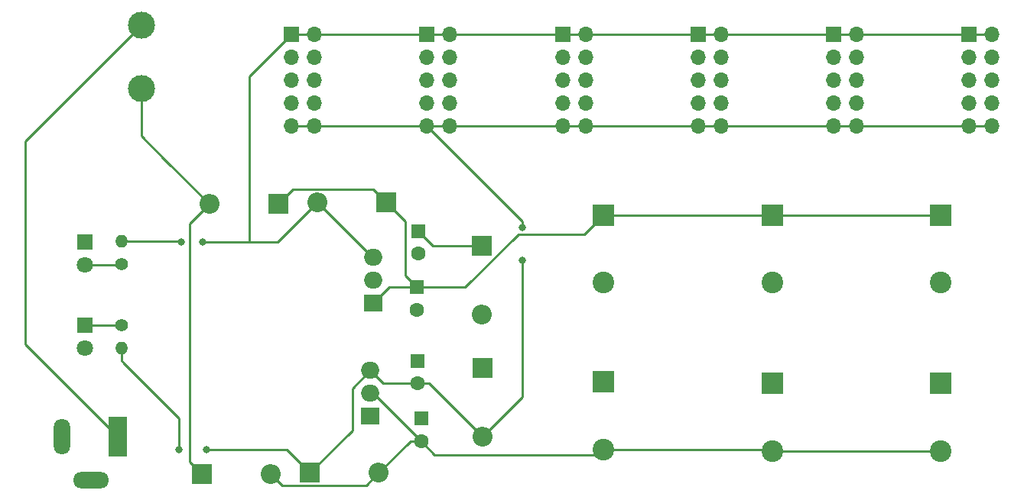
<source format=gbr>
%TF.GenerationSoftware,KiCad,Pcbnew,(5.1.7-0-10_14)*%
%TF.CreationDate,2021-01-19T07:42:21-05:00*%
%TF.ProjectId,Power Supply,506f7765-7220-4537-9570-706c792e6b69,rev?*%
%TF.SameCoordinates,Original*%
%TF.FileFunction,Copper,L1,Top*%
%TF.FilePolarity,Positive*%
%FSLAX46Y46*%
G04 Gerber Fmt 4.6, Leading zero omitted, Abs format (unit mm)*
G04 Created by KiCad (PCBNEW (5.1.7-0-10_14)) date 2021-01-19 07:42:21*
%MOMM*%
%LPD*%
G01*
G04 APERTURE LIST*
%TA.AperFunction,ComponentPad*%
%ADD10C,3.000000*%
%TD*%
%TA.AperFunction,ComponentPad*%
%ADD11O,4.000000X1.800000*%
%TD*%
%TA.AperFunction,ComponentPad*%
%ADD12O,1.800000X4.000000*%
%TD*%
%TA.AperFunction,ComponentPad*%
%ADD13R,2.000000X4.500000*%
%TD*%
%TA.AperFunction,ComponentPad*%
%ADD14O,1.700000X1.700000*%
%TD*%
%TA.AperFunction,ComponentPad*%
%ADD15R,1.700000X1.700000*%
%TD*%
%TA.AperFunction,ComponentPad*%
%ADD16O,1.400000X1.400000*%
%TD*%
%TA.AperFunction,ComponentPad*%
%ADD17C,1.400000*%
%TD*%
%TA.AperFunction,ComponentPad*%
%ADD18O,2.000000X1.905000*%
%TD*%
%TA.AperFunction,ComponentPad*%
%ADD19R,2.000000X1.905000*%
%TD*%
%TA.AperFunction,ComponentPad*%
%ADD20C,1.800000*%
%TD*%
%TA.AperFunction,ComponentPad*%
%ADD21R,1.800000X1.800000*%
%TD*%
%TA.AperFunction,ComponentPad*%
%ADD22O,2.200000X2.200000*%
%TD*%
%TA.AperFunction,ComponentPad*%
%ADD23R,2.200000X2.200000*%
%TD*%
%TA.AperFunction,ComponentPad*%
%ADD24C,1.600000*%
%TD*%
%TA.AperFunction,ComponentPad*%
%ADD25R,1.600000X1.600000*%
%TD*%
%TA.AperFunction,ComponentPad*%
%ADD26C,2.400000*%
%TD*%
%TA.AperFunction,ComponentPad*%
%ADD27R,2.400000X2.400000*%
%TD*%
%TA.AperFunction,ViaPad*%
%ADD28C,0.800000*%
%TD*%
%TA.AperFunction,Conductor*%
%ADD29C,0.250000*%
%TD*%
G04 APERTURE END LIST*
D10*
%TO.P,SW101,2*%
%TO.N,Net-(D101-Pad2)*%
X84000000Y-58000000D03*
%TO.P,SW101,1*%
%TO.N,Net-(P101-Pad1)*%
X84000000Y-51000000D03*
%TD*%
D11*
%TO.P,P101,2*%
%TO.N,GNDREF*%
X78450000Y-101400000D03*
D12*
X75200000Y-96600000D03*
D13*
%TO.P,P101,1*%
%TO.N,Net-(P101-Pad1)*%
X81450000Y-96600000D03*
%TD*%
D14*
%TO.P,J106,10*%
%TO.N,-12V*%
X178200000Y-62160000D03*
%TO.P,J106,9*%
X175660000Y-62160000D03*
%TO.P,J106,8*%
%TO.N,GNDREF*%
X178200000Y-59620000D03*
%TO.P,J106,7*%
X175660000Y-59620000D03*
%TO.P,J106,6*%
X178200000Y-57080000D03*
%TO.P,J106,5*%
X175660000Y-57080000D03*
%TO.P,J106,4*%
X178200000Y-54540000D03*
%TO.P,J106,3*%
X175660000Y-54540000D03*
%TO.P,J106,2*%
%TO.N,+12V*%
X178200000Y-52000000D03*
D15*
%TO.P,J106,1*%
X175660000Y-52000000D03*
%TD*%
D14*
%TO.P,J105,10*%
%TO.N,-12V*%
X163200000Y-62160000D03*
%TO.P,J105,9*%
X160660000Y-62160000D03*
%TO.P,J105,8*%
%TO.N,GNDREF*%
X163200000Y-59620000D03*
%TO.P,J105,7*%
X160660000Y-59620000D03*
%TO.P,J105,6*%
X163200000Y-57080000D03*
%TO.P,J105,5*%
X160660000Y-57080000D03*
%TO.P,J105,4*%
X163200000Y-54540000D03*
%TO.P,J105,3*%
X160660000Y-54540000D03*
%TO.P,J105,2*%
%TO.N,+12V*%
X163200000Y-52000000D03*
D15*
%TO.P,J105,1*%
X160660000Y-52000000D03*
%TD*%
D14*
%TO.P,J104,10*%
%TO.N,-12V*%
X148200000Y-62160000D03*
%TO.P,J104,9*%
X145660000Y-62160000D03*
%TO.P,J104,8*%
%TO.N,GNDREF*%
X148200000Y-59620000D03*
%TO.P,J104,7*%
X145660000Y-59620000D03*
%TO.P,J104,6*%
X148200000Y-57080000D03*
%TO.P,J104,5*%
X145660000Y-57080000D03*
%TO.P,J104,4*%
X148200000Y-54540000D03*
%TO.P,J104,3*%
X145660000Y-54540000D03*
%TO.P,J104,2*%
%TO.N,+12V*%
X148200000Y-52000000D03*
D15*
%TO.P,J104,1*%
X145660000Y-52000000D03*
%TD*%
D14*
%TO.P,J103,10*%
%TO.N,-12V*%
X133200000Y-62160000D03*
%TO.P,J103,9*%
X130660000Y-62160000D03*
%TO.P,J103,8*%
%TO.N,GNDREF*%
X133200000Y-59620000D03*
%TO.P,J103,7*%
X130660000Y-59620000D03*
%TO.P,J103,6*%
X133200000Y-57080000D03*
%TO.P,J103,5*%
X130660000Y-57080000D03*
%TO.P,J103,4*%
X133200000Y-54540000D03*
%TO.P,J103,3*%
X130660000Y-54540000D03*
%TO.P,J103,2*%
%TO.N,+12V*%
X133200000Y-52000000D03*
D15*
%TO.P,J103,1*%
X130660000Y-52000000D03*
%TD*%
D14*
%TO.P,J102,10*%
%TO.N,-12V*%
X118200000Y-62160000D03*
%TO.P,J102,9*%
X115660000Y-62160000D03*
%TO.P,J102,8*%
%TO.N,GNDREF*%
X118200000Y-59620000D03*
%TO.P,J102,7*%
X115660000Y-59620000D03*
%TO.P,J102,6*%
X118200000Y-57080000D03*
%TO.P,J102,5*%
X115660000Y-57080000D03*
%TO.P,J102,4*%
X118200000Y-54540000D03*
%TO.P,J102,3*%
X115660000Y-54540000D03*
%TO.P,J102,2*%
%TO.N,+12V*%
X118200000Y-52000000D03*
D15*
%TO.P,J102,1*%
X115660000Y-52000000D03*
%TD*%
D14*
%TO.P,J101,10*%
%TO.N,-12V*%
X103200000Y-62160000D03*
%TO.P,J101,9*%
X100660000Y-62160000D03*
%TO.P,J101,8*%
%TO.N,GNDREF*%
X103200000Y-59620000D03*
%TO.P,J101,7*%
X100660000Y-59620000D03*
%TO.P,J101,6*%
X103200000Y-57080000D03*
%TO.P,J101,5*%
X100660000Y-57080000D03*
%TO.P,J101,4*%
X103200000Y-54540000D03*
%TO.P,J101,3*%
X100660000Y-54540000D03*
%TO.P,J101,2*%
%TO.N,+12V*%
X103200000Y-52000000D03*
D15*
%TO.P,J101,1*%
X100660000Y-52000000D03*
%TD*%
D16*
%TO.P,R102,2*%
%TO.N,-12V*%
X81800000Y-86740000D03*
D17*
%TO.P,R102,1*%
%TO.N,Net-(D108-Pad1)*%
X81800000Y-84200000D03*
%TD*%
D16*
%TO.P,R101,2*%
%TO.N,+12V*%
X81800000Y-74960000D03*
D17*
%TO.P,R101,1*%
%TO.N,Net-(D107-Pad2)*%
X81800000Y-77500000D03*
%TD*%
D18*
%TO.P,U102,3*%
%TO.N,-12V*%
X109360000Y-89260000D03*
%TO.P,U102,2*%
%TO.N,/VI-*%
X109360000Y-91800000D03*
D19*
%TO.P,U102,1*%
%TO.N,GNDREF*%
X109360000Y-94340000D03*
%TD*%
D18*
%TO.P,U101,3*%
%TO.N,+12V*%
X109700000Y-76720000D03*
%TO.P,U101,2*%
%TO.N,GNDREF*%
X109700000Y-79260000D03*
D19*
%TO.P,U101,1*%
%TO.N,/VI+*%
X109700000Y-81800000D03*
%TD*%
D20*
%TO.P,D108,2*%
%TO.N,GNDREF*%
X77800000Y-86740000D03*
D21*
%TO.P,D108,1*%
%TO.N,Net-(D108-Pad1)*%
X77800000Y-84200000D03*
%TD*%
D20*
%TO.P,D107,2*%
%TO.N,Net-(D107-Pad2)*%
X77800000Y-77540000D03*
D21*
%TO.P,D107,1*%
%TO.N,GNDREF*%
X77800000Y-75000000D03*
%TD*%
D22*
%TO.P,D106,2*%
%TO.N,-12V*%
X121800000Y-96620000D03*
D23*
%TO.P,D106,1*%
%TO.N,GNDREF*%
X121800000Y-89000000D03*
%TD*%
D22*
%TO.P,D105,2*%
%TO.N,GNDREF*%
X121700000Y-83020000D03*
D23*
%TO.P,D105,1*%
%TO.N,+12V*%
X121700000Y-75400000D03*
%TD*%
D22*
%TO.P,D104,2*%
%TO.N,/VI-*%
X110320000Y-100600000D03*
D23*
%TO.P,D104,1*%
%TO.N,-12V*%
X102700000Y-100600000D03*
%TD*%
D22*
%TO.P,D103,2*%
%TO.N,+12V*%
X103480000Y-70600000D03*
D23*
%TO.P,D103,1*%
%TO.N,/VI+*%
X111100000Y-70600000D03*
%TD*%
D22*
%TO.P,D102,2*%
%TO.N,/VI-*%
X98320000Y-100700000D03*
D23*
%TO.P,D102,1*%
%TO.N,Net-(D101-Pad2)*%
X90700000Y-100700000D03*
%TD*%
D22*
%TO.P,D101,2*%
%TO.N,Net-(D101-Pad2)*%
X91580000Y-70800000D03*
D23*
%TO.P,D101,1*%
%TO.N,/VI+*%
X99200000Y-70800000D03*
%TD*%
D24*
%TO.P,C110,2*%
%TO.N,-12V*%
X114600000Y-90700000D03*
D25*
%TO.P,C110,1*%
%TO.N,GNDREF*%
X114600000Y-88200000D03*
%TD*%
D24*
%TO.P,C109,2*%
%TO.N,GNDREF*%
X114700000Y-76300000D03*
D25*
%TO.P,C109,1*%
%TO.N,+12V*%
X114700000Y-73800000D03*
%TD*%
D24*
%TO.P,C108,2*%
%TO.N,/VI-*%
X115000000Y-97100000D03*
D25*
%TO.P,C108,1*%
%TO.N,GNDREF*%
X115000000Y-94600000D03*
%TD*%
D24*
%TO.P,C107,2*%
%TO.N,GNDREF*%
X114500000Y-82500000D03*
D25*
%TO.P,C107,1*%
%TO.N,/VI+*%
X114500000Y-80000000D03*
%TD*%
D26*
%TO.P,C106,2*%
%TO.N,/VI-*%
X172500000Y-98200000D03*
D27*
%TO.P,C106,1*%
%TO.N,GNDREF*%
X172500000Y-90700000D03*
%TD*%
D26*
%TO.P,C105,2*%
%TO.N,GNDREF*%
X135200000Y-79500000D03*
D27*
%TO.P,C105,1*%
%TO.N,/VI+*%
X135200000Y-72000000D03*
%TD*%
D26*
%TO.P,C104,2*%
%TO.N,/VI-*%
X153900000Y-98200000D03*
D27*
%TO.P,C104,1*%
%TO.N,GNDREF*%
X153900000Y-90700000D03*
%TD*%
D26*
%TO.P,C103,2*%
%TO.N,GNDREF*%
X172500000Y-79500000D03*
D27*
%TO.P,C103,1*%
%TO.N,/VI+*%
X172500000Y-72000000D03*
%TD*%
D26*
%TO.P,C102,2*%
%TO.N,/VI-*%
X135200000Y-98000000D03*
D27*
%TO.P,C102,1*%
%TO.N,GNDREF*%
X135200000Y-90500000D03*
%TD*%
D26*
%TO.P,C101,2*%
%TO.N,GNDREF*%
X153900000Y-79500000D03*
D27*
%TO.P,C101,1*%
%TO.N,/VI+*%
X153900000Y-72000000D03*
%TD*%
D28*
%TO.N,+12V*%
X88400000Y-74999998D03*
X90800000Y-75000000D03*
%TO.N,-12V*%
X126200000Y-73400000D03*
X126200000Y-77000000D03*
X91200000Y-98000000D03*
X88200000Y-98000000D03*
%TD*%
D29*
%TO.N,+12V*%
X133200000Y-52000000D02*
X145660000Y-52000000D01*
X145660000Y-52000000D02*
X148200000Y-52000000D01*
X148200000Y-52000000D02*
X160660000Y-52000000D01*
X163200000Y-52000000D02*
X160660000Y-52000000D01*
X163200000Y-52000000D02*
X175660000Y-52000000D01*
X175660000Y-52000000D02*
X178200000Y-52000000D01*
X130660000Y-52000000D02*
X118200000Y-52000000D01*
X118200000Y-52000000D02*
X115660000Y-52000000D01*
X103200000Y-52000000D02*
X115660000Y-52000000D01*
X103200000Y-52000000D02*
X100660000Y-52000000D01*
X116300000Y-75400000D02*
X114700000Y-73800000D01*
X121700000Y-75400000D02*
X116300000Y-75400000D01*
X109600000Y-76720000D02*
X109700000Y-76720000D01*
X103480000Y-70600000D02*
X109600000Y-76720000D01*
X130660000Y-52000000D02*
X133200000Y-52000000D01*
X81800000Y-74960000D02*
X88360002Y-74960000D01*
X88360002Y-74960000D02*
X88400000Y-74999998D01*
X95600000Y-75000000D02*
X90800000Y-75000000D01*
X103480000Y-70600000D02*
X99080000Y-75000000D01*
X100660000Y-52000000D02*
X96000000Y-56660000D01*
X96000000Y-74600000D02*
X96000000Y-75000000D01*
X96000000Y-75000000D02*
X95600000Y-75000000D01*
X99080000Y-75000000D02*
X96000000Y-75000000D01*
X96000000Y-56660000D02*
X96000000Y-74600000D01*
X96000000Y-74600000D02*
X96000000Y-74800000D01*
%TO.N,-12V*%
X100660000Y-62160000D02*
X103200000Y-62160000D01*
X103200000Y-62160000D02*
X115660000Y-62160000D01*
X118200000Y-62160000D02*
X115660000Y-62160000D01*
X118200000Y-62160000D02*
X130660000Y-62160000D01*
X130660000Y-62160000D02*
X133200000Y-62160000D01*
X145660000Y-62160000D02*
X133200000Y-62160000D01*
X148200000Y-62160000D02*
X145660000Y-62160000D01*
X148200000Y-62160000D02*
X160660000Y-62160000D01*
X160660000Y-62160000D02*
X163200000Y-62160000D01*
X175660000Y-62160000D02*
X163200000Y-62160000D01*
X178200000Y-62160000D02*
X175660000Y-62160000D01*
X109360000Y-89260000D02*
X107400000Y-91220000D01*
X107400000Y-95900000D02*
X102700000Y-100600000D01*
X107400000Y-91220000D02*
X107400000Y-95900000D01*
X126200000Y-72700000D02*
X126200000Y-73400000D01*
X115660000Y-62160000D02*
X126200000Y-72700000D01*
X126200000Y-92220000D02*
X121800000Y-96620000D01*
X126200000Y-77000000D02*
X126200000Y-92220000D01*
X100100000Y-98000000D02*
X91200000Y-98000000D01*
X102700000Y-100600000D02*
X100100000Y-98000000D01*
X88200000Y-98000000D02*
X88200000Y-94540000D01*
X81800000Y-86740000D02*
X81800000Y-88140000D01*
X81800000Y-88140000D02*
X82130000Y-88470000D01*
X82130000Y-88470000D02*
X82000000Y-88340000D01*
X88200000Y-94540000D02*
X82130000Y-88470000D01*
X115880000Y-90700000D02*
X121800000Y-96620000D01*
X114600000Y-90700000D02*
X115880000Y-90700000D01*
X110800000Y-90700000D02*
X109360000Y-89260000D01*
X114600000Y-90700000D02*
X110800000Y-90700000D01*
%TO.N,Net-(D101-Pad2)*%
X91580000Y-70800000D02*
X89400000Y-72980000D01*
X89400000Y-99400000D02*
X90700000Y-100700000D01*
X89400000Y-72980000D02*
X89400000Y-99400000D01*
X84000000Y-63220000D02*
X86690000Y-65910000D01*
X86690000Y-65910000D02*
X91580000Y-70800000D01*
X84000000Y-58000000D02*
X84000000Y-63220000D01*
X86580000Y-65800000D02*
X86690000Y-65910000D01*
%TO.N,Net-(P101-Pad1)*%
X71200000Y-86350000D02*
X81450000Y-96600000D01*
X71200000Y-63800000D02*
X71200000Y-86350000D01*
X84000000Y-51000000D02*
X71200000Y-63800000D01*
%TO.N,Net-(D107-Pad2)*%
X81760000Y-77540000D02*
X81800000Y-77500000D01*
X77800000Y-77540000D02*
X81760000Y-77540000D01*
%TO.N,Net-(D108-Pad1)*%
X81800000Y-84200000D02*
X77800000Y-84200000D01*
%TO.N,/VI+*%
X172500000Y-72000000D02*
X153900000Y-72000000D01*
X153900000Y-72000000D02*
X135200000Y-72000000D01*
X109674999Y-69174999D02*
X111100000Y-70600000D01*
X100825001Y-69174999D02*
X109674999Y-69174999D01*
X99200000Y-70800000D02*
X100825001Y-69174999D01*
X119885002Y-80000000D02*
X114500000Y-80000000D01*
X125760001Y-74125001D02*
X119885002Y-80000000D01*
X133074999Y-74125001D02*
X125760001Y-74125001D01*
X135200000Y-72000000D02*
X133074999Y-74125001D01*
X114500000Y-80000000D02*
X113250000Y-78750000D01*
X113250000Y-78750000D02*
X113250000Y-72750000D01*
X113250000Y-72750000D02*
X111100000Y-70600000D01*
X111500000Y-80000000D02*
X109700000Y-81800000D01*
X114500000Y-80000000D02*
X111500000Y-80000000D01*
%TO.N,/VI-*%
X153700000Y-98000000D02*
X153900000Y-98200000D01*
X135200000Y-98000000D02*
X153700000Y-98000000D01*
X172500000Y-98200000D02*
X153900000Y-98200000D01*
X99645001Y-102025001D02*
X98320000Y-100700000D01*
X108894999Y-102025001D02*
X99645001Y-102025001D01*
X110320000Y-100600000D02*
X108894999Y-102025001D01*
X116500000Y-98600000D02*
X115000000Y-97100000D01*
X134600000Y-98600000D02*
X116500000Y-98600000D01*
X135200000Y-98000000D02*
X134600000Y-98600000D01*
X113820000Y-97100000D02*
X110320000Y-100600000D01*
X115000000Y-97100000D02*
X113820000Y-97100000D01*
X109700000Y-91800000D02*
X109360000Y-91800000D01*
X115000000Y-97100000D02*
X109700000Y-91800000D01*
%TD*%
M02*

</source>
